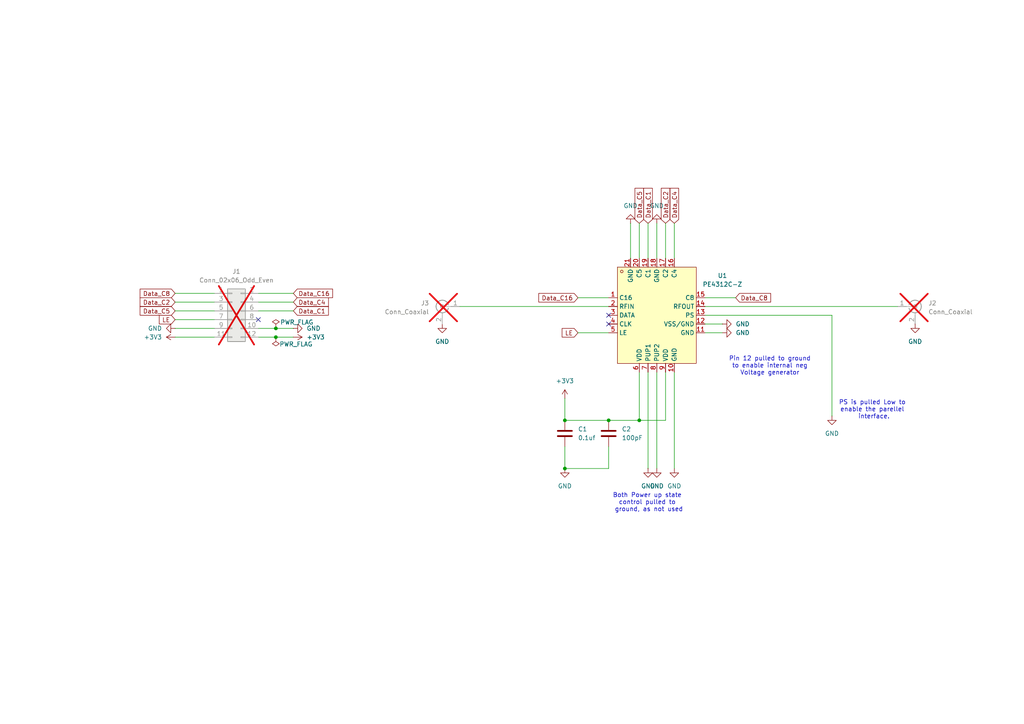
<source format=kicad_sch>
(kicad_sch (version 20250114) (generator "eeschema") (generator_version "9.0")
  (paper "A4")
  (lib_symbols
    (symbol "Connector:Conn_Coaxial" (pin_names (offset 1.016) (hide yes))
      (property "Reference" "J" (at 0.254 3.048 0))
      (property "Value" "Conn_Coaxial" (at 2.921 0 90))
      (symbol "Conn_Coaxial_0_1"
        (polyline (pts (xy -2.54 0) (xy -0.508 0)))
        (arc (start 1.778 0) (mid 0.222 -1.8079) (end -1.778 -0.508) (stroke (width 0.254)))
        (arc (start -1.778 0.508) (mid 0.2221 1.8084) (end 1.778 0) (stroke (width 0.254)))
        (circle (center 0 0) (radius 0.508) (stroke (width 0.2032)))
        (polyline (pts (xy 0 -2.54) (xy 0 -1.778)))
      )
      (symbol "Conn_Coaxial_1_1"
        (pin passive line (at -5.08 0 0) (length 2.54) (name "In") (number "1"))
        (pin passive line (at 0 -5.08 90) (length 2.54) (name "Ext") (number "2"))
      )
    )
    (symbol "Connector_Generic:Conn_02x06_Odd_Even" (pin_names (offset 1.016) (hide yes))
      (property "Reference" "J" (at 1.27 7.62 0))
      (property "Value" "Conn_02x06_Odd_Even" (at 1.27 -10.16 0))
      (symbol "Conn_02x06_Odd_Even_1_1"
        (rectangle (start -1.27 6.35) (end 3.81 -8.89) (stroke (width 0.254)) (fill (type background)))
        (rectangle (start -1.27 5.207) (end 0 4.953) (stroke (width 0.1524)))
        (rectangle (start -1.27 2.667) (end 0 2.413) (stroke (width 0.1524)))
        (rectangle (start -1.27 0.127) (end 0 -0.127) (stroke (width 0.1524)))
        (rectangle (start -1.27 -2.413) (end 0 -2.667) (stroke (width 0.1524)))
        (rectangle (start -1.27 -4.953) (end 0 -5.207) (stroke (width 0.1524)))
        (rectangle (start -1.27 -7.493) (end 0 -7.747) (stroke (width 0.1524)))
        (rectangle (start 3.81 5.207) (end 2.54 4.953) (stroke (width 0.1524)))
        (rectangle (start 3.81 2.667) (end 2.54 2.413) (stroke (width 0.1524)))
        (rectangle (start 3.81 0.127) (end 2.54 -0.127) (stroke (width 0.1524)))
        (rectangle (start 3.81 -2.413) (end 2.54 -2.667) (stroke (width 0.1524)))
        (rectangle (start 3.81 -4.953) (end 2.54 -5.207) (stroke (width 0.1524)))
        (rectangle (start 3.81 -7.493) (end 2.54 -7.747) (stroke (width 0.1524)))
        (pin passive line (at -5.08 5.08 0) (length 3.81) (name "Pin_1") (number "1"))
        (pin passive line (at -5.08 2.54 0) (length 3.81) (name "Pin_3") (number "3"))
        (pin passive line (at -5.08 0 0) (length 3.81) (name "Pin_5") (number "5"))
        (pin passive line (at -5.08 -2.54 0) (length 3.81) (name "Pin_7") (number "7"))
        (pin passive line (at -5.08 -5.08 0) (length 3.81) (name "Pin_9") (number "9"))
        (pin passive line (at -5.08 -7.62 0) (length 3.81) (name "Pin_11") (number "11"))
        (pin passive line (at 7.62 5.08 180) (length 3.81) (name "Pin_2") (number "2"))
        (pin passive line (at 7.62 2.54 180) (length 3.81) (name "Pin_4") (number "4"))
        (pin passive line (at 7.62 0 180) (length 3.81) (name "Pin_6") (number "6"))
        (pin passive line (at 7.62 -2.54 180) (length 3.81) (name "Pin_8") (number "8"))
        (pin passive line (at 7.62 -5.08 180) (length 3.81) (name "Pin_10") (number "10"))
        (pin passive line (at 7.62 -7.62 180) (length 3.81) (name "Pin_12") (number "12"))
      )
    )
    (symbol "Device:C" (pin_numbers (hide yes)) (pin_names (offset 0.254))
      (property "Reference" "C" (at 0.635 2.54 0))
      (property "Value" "C" (at 0.635 -2.54 0))
      (symbol "C_0_1"
        (polyline (pts (xy -2.032 0.762) (xy 2.032 0.762)) (stroke (width 0.508)))
        (polyline (pts (xy -2.032 -0.762) (xy 2.032 -0.762)) (stroke (width 0.508)))
      )
      (symbol "C_1_1"
        (pin passive line (at 0 3.81 270) (length 2.794) (name "~") (number "1"))
        (pin passive line (at 0 -3.81 90) (length 2.794) (name "~") (number "2"))
      )
    )
    (symbol "easyead:PE4312C-Z"
      (property "Reference" "U" (at 0 21.59 0))
      (property "Value" "PE4312C-Z" (at 0 -21.59 0))
      (symbol "PE4312C-Z_0_1"
        (rectangle (start -11.43 13.97) (end 11.43 -13.97) (fill (type background)))
        (circle (center -10.16 12.7) (radius 0.38))
        (pin unspecified line (at -13.97 5.08 0) (length 2.54) (name "C16") (number "1"))
        (pin unspecified line (at -13.97 2.54 0) (length 2.54) (name "RFIN") (number "2"))
        (pin unspecified line (at -13.97 0 0) (length 2.54) (name "DATA") (number "3"))
        (pin unspecified line (at -13.97 -2.54 0) (length 2.54) (name "CLK") (number "4"))
        (pin unspecified line (at -13.97 -5.08 0) (length 2.54) (name "LE") (number "5"))
        (pin unspecified line (at -7.62 16.51 270) (length 2.54) (name "GND") (number "21"))
        (pin unspecified line (at -5.08 16.51 270) (length 2.54) (name "C5") (number "20"))
        (pin unspecified line (at -5.08 -16.51 90) (length 2.54) (name "VDD") (number "6"))
        (pin unspecified line (at -2.54 16.51 270) (length 2.54) (name "C1") (number "19"))
        (pin unspecified line (at -2.54 -16.51 90) (length 2.54) (name "PUP1") (number "7"))
        (pin unspecified line (at 0 16.51 270) (length 2.54) (name "GND") (number "18"))
        (pin unspecified line (at 0 -16.51 90) (length 2.54) (name "PUP2") (number "8"))
        (pin unspecified line (at 2.54 16.51 270) (length 2.54) (name "C2") (number "17"))
        (pin unspecified line (at 2.54 -16.51 90) (length 2.54) (name "VDD") (number "9"))
        (pin unspecified line (at 5.08 16.51 270) (length 2.54) (name "C4") (number "16"))
        (pin unspecified line (at 5.08 -16.51 90) (length 2.54) (name "GND") (number "10"))
        (pin unspecified line (at 13.97 5.08 180) (length 2.54) (name "C8") (number "15"))
        (pin unspecified line (at 13.97 2.54 180) (length 2.54) (name "RFOUT") (number "14"))
        (pin unspecified line (at 13.97 0 180) (length 2.54) (name "PS") (number "13"))
        (pin unspecified line (at 13.97 -2.54 180) (length 2.54) (name "VSS/GND") (number "12"))
        (pin unspecified line (at 13.97 -5.08 180) (length 2.54) (name "GND") (number "11"))
      )
    )
    (symbol "power:+3V3" (power) (pin_numbers (hide yes)) (pin_names (offset 0) (hide yes))
      (property "Value" "+3V3" (at 0 3.556 0))
      (symbol "+3V3_0_1"
        (polyline (pts (xy -0.762 1.27) (xy 0 2.54)))
        (polyline (pts (xy 0 2.54) (xy 0.762 1.27)))
        (polyline (pts (xy 0 0) (xy 0 2.54)))
      )
      (symbol "+3V3_1_1"
        (pin power_in line (at 0 0 90) (length 0) (name "~") (number "1"))
      )
    )
    (symbol "power:GND" (power) (pin_numbers (hide yes)) (pin_names (offset 0) (hide yes))
      (property "Value" "GND" (at 0 -3.81 0))
      (symbol "GND_0_1"
        (polyline (pts (xy 0 0) (xy 0 -1.27) (xy 1.27 -1.27) (xy 0 -2.54) (xy -1.27 -1.27) (xy 0 -1.27)))
      )
      (symbol "GND_1_1"
        (pin power_in line (at 0 0 270) (length 0) (name "~") (number "1"))
      )
    )
    (symbol "power:PWR_FLAG" (power) (pin_numbers (hide yes)) (pin_names (offset 0) (hide yes))
      (property "Value" "PWR_FLAG" (at 0 3.81 0))
      (symbol "PWR_FLAG_0_0"
        (pin power_out line (at 0 0 90) (length 0) (name "~") (number "1"))
      )
      (symbol "PWR_FLAG_0_1"
        (polyline (pts (xy 0 0) (xy 0 1.27) (xy -1.016 1.905) (xy 0 2.54) (xy 1.016 1.905) (xy 0 1.27)))
      )
    )
  )
  (text "Both Power up state \ncontrol pulled to \nground, as not used" (at 188.214 145.796 0) (effects (font (size 1.27 1.27))))
  (text "PS is pulled Low to \nenable the parellel \ninterface." (at 253.492 118.872 0) (effects (font (size 1.27 1.27))))
  (text "Pin 12 pulled to ground \nto enable internal neg \nVoltage generator " (at 223.774 106.172 0) (effects (font (size 1.27 1.27))))
  (junction (at 163.83 121.92))
  (junction (at 80.01 97.79))
  (junction (at 163.83 135.89))
  (junction (at 80.01 95.25))
  (junction (at 185.42 121.92))
  (junction (at 176.53 121.92))
  (no_connect (at 176.53 93.98))
  (no_connect (at 74.93 92.71))
  (no_connect (at 176.53 91.44))
  (wire (pts (xy 74.93 95.25) (xy 80.01 95.25)))
  (wire (pts (xy 187.96 64.77) (xy 187.96 74.93)))
  (wire (pts (xy 80.01 95.25) (xy 85.09 95.25)))
  (wire (pts (xy 50.8 95.25) (xy 62.23 95.25)))
  (wire (pts (xy 167.64 96.52) (xy 176.53 96.52)))
  (wire (pts (xy 204.47 86.36) (xy 213.36 86.36)))
  (wire (pts (xy 74.93 87.63) (xy 85.09 87.63)))
  (wire (pts (xy 190.5 64.77) (xy 190.5 74.93)))
  (wire (pts (xy 204.47 93.98) (xy 209.55 93.98)))
  (wire (pts (xy 204.47 96.52) (xy 209.55 96.52)))
  (wire (pts (xy 163.83 135.89) (xy 176.53 135.89)))
  (wire (pts (xy 50.8 97.79) (xy 62.23 97.79)))
  (wire (pts (xy 204.47 91.44) (xy 241.3 91.44)))
  (wire (pts (xy 195.58 64.77) (xy 195.58 74.93)))
  (wire (pts (xy 74.93 97.79) (xy 80.01 97.79)))
  (wire (pts (xy 185.42 121.92) (xy 185.42 107.95)))
  (wire (pts (xy 163.83 115.57) (xy 163.83 121.92)))
  (wire (pts (xy 167.64 86.36) (xy 176.53 86.36)))
  (wire (pts (xy 50.8 87.63) (xy 62.23 87.63)))
  (wire (pts (xy 193.04 121.92) (xy 185.42 121.92)))
  (wire (pts (xy 50.8 92.71) (xy 62.23 92.71)))
  (wire (pts (xy 193.04 64.77) (xy 193.04 74.93)))
  (wire (pts (xy 80.01 97.79) (xy 85.09 97.79)))
  (wire (pts (xy 176.53 135.89) (xy 176.53 129.54)))
  (wire (pts (xy 74.93 90.17) (xy 85.09 90.17)))
  (wire (pts (xy 190.5 107.95) (xy 190.5 135.89)))
  (wire (pts (xy 185.42 64.77) (xy 185.42 74.93)))
  (wire (pts (xy 193.04 107.95) (xy 193.04 121.92)))
  (wire (pts (xy 187.96 107.95) (xy 187.96 135.89)))
  (wire (pts (xy 163.83 129.54) (xy 163.83 135.89)))
  (wire (pts (xy 176.53 121.92) (xy 185.42 121.92)))
  (wire (pts (xy 182.88 64.77) (xy 182.88 74.93)))
  (wire (pts (xy 50.8 90.17) (xy 62.23 90.17)))
  (wire (pts (xy 204.47 88.9) (xy 260.35 88.9)))
  (wire (pts (xy 241.3 91.44) (xy 241.3 120.65)))
  (wire (pts (xy 163.83 121.92) (xy 176.53 121.92)))
  (wire (pts (xy 195.58 107.95) (xy 195.58 135.89)))
  (wire (pts (xy 133.35 88.9) (xy 176.53 88.9)))
  (wire (pts (xy 74.93 85.09) (xy 85.09 85.09)))
  (wire (pts (xy 50.8 85.09) (xy 62.23 85.09)))
  (global_label "LE" (shape input) (at 50.8 92.71 180) (property "Intersheetrefs" "${INTERSHEET_REFS}" (effects (hide yes))))
  (global_label "Data_C16" (shape input) (at 167.64 86.36 180) (property "Intersheetrefs" "${INTERSHEET_REFS}" (effects (hide yes))))
  (global_label "Data_C16" (shape input) (at 85.09 85.09 0) (property "Intersheetrefs" "${INTERSHEET_REFS}" (effects (hide yes))))
  (global_label "Data_C1" (shape input) (at 187.96 64.77 90) (property "Intersheetrefs" "${INTERSHEET_REFS}" (effects (hide yes))))
  (global_label "Data_C1" (shape input) (at 85.09 90.17 0) (property "Intersheetrefs" "${INTERSHEET_REFS}" (effects (hide yes))))
  (global_label "Data_C4" (shape input) (at 195.58 64.77 90) (property "Intersheetrefs" "${INTERSHEET_REFS}" (effects (hide yes))))
  (global_label "Data_C4" (shape input) (at 85.09 87.63 0) (property "Intersheetrefs" "${INTERSHEET_REFS}" (effects (hide yes))))
  (global_label "Data_C5" (shape input) (at 50.8 90.17 180) (property "Intersheetrefs" "${INTERSHEET_REFS}" (effects (hide yes))))
  (global_label "Data_C8" (shape input) (at 213.36 86.36 0) (property "Intersheetrefs" "${INTERSHEET_REFS}" (effects (hide yes))))
  (global_label "Data_C2" (shape input) (at 193.04 64.77 90) (property "Intersheetrefs" "${INTERSHEET_REFS}" (effects (hide yes))))
  (global_label "Data_C2" (shape input) (at 50.8 87.63 180) (property "Intersheetrefs" "${INTERSHEET_REFS}" (effects (hide yes))))
  (global_label "Data_C5" (shape input) (at 185.42 64.77 90) (property "Intersheetrefs" "${INTERSHEET_REFS}" (effects (hide yes))))
  (global_label "LE" (shape input) (at 167.64 96.52 180) (property "Intersheetrefs" "${INTERSHEET_REFS}" (effects (hide yes))))
  (global_label "Data_C8" (shape input) (at 50.8 85.09 180) (property "Intersheetrefs" "${INTERSHEET_REFS}" (effects (hide yes))))
  (symbol (lib_id "Connector_Generic:Conn_02x06_Odd_Even") (at 67.31 90.17 0) (unit 1) (in_bom no) (dnp yes)
    (property "Reference" "J1" (at 68.58 78.74 0))
    (property "Value" "Conn_02x06_Odd_Even" (at 68.58 81.28 0))
    (property "Footprint" "Connector_PinHeader_2.54mm:PinHeader_2x06_P2.54mm_Vertical" (effects (hide yes)))
    (property "Description" "Generic connector, double row, 02x06, odd/even pin numbering scheme (row 1 odd numbers, row 2 even numbers), script generated (kicad-library-utils/schlib/autogen/connector/)" (effects (hide yes)))
  )
  (symbol (lib_id "power:GND") (at 187.96 135.89 0) (unit 1)
    (property "Reference" "#PWR014" (effects (hide yes)))
    (property "Value" "GND" (at 187.96 140.97 0))
    (property "Description" "Power symbol creates a global label with name \"GND\" , ground" (effects (hide yes)))
  )
  (symbol (lib_id "power:PWR_FLAG") (at 80.01 95.25 0) (unit 1)
    (property "Reference" "#FLG01" (effects (hide yes)))
    (property "Value" "PWR_FLAG" (at 86.106 93.472 0))
    (property "Description" "Special symbol for telling ERC where power comes from" (effects (hide yes)))
  )
  (symbol (lib_id "power:PWR_FLAG") (at 80.01 97.79 180) (unit 1)
    (property "Reference" "#FLG02" (effects (hide yes)))
    (property "Value" "PWR_FLAG" (at 85.852 99.822 0))
    (property "Description" "Special symbol for telling ERC where power comes from" (effects (hide yes)))
  )
  (symbol (lib_id "Connector:Conn_Coaxial") (at 128.27 88.9 0) (mirror y) (unit 1) (in_bom no) (dnp yes)
    (property "Reference" "J3" (at 124.46 87.9231 0) (effects (justify left)))
    (property "Value" "Conn_Coaxial" (at 124.46 90.4631 0) (effects (justify left)))
    (property "Footprint" "Connector_Coaxial:SMA_Amphenol_132289_EdgeMount" (effects (hide yes)))
    (property "Description" "coaxial connector (BNC, SMA, SMB, SMC, Cinch/RCA, LEMO, ...)" (effects (hide yes)))
  )
  (symbol (lib_id "power:GND") (at 128.27 93.98 0) (unit 1)
    (property "Reference" "#PWR011" (effects (hide yes)))
    (property "Value" "GND" (at 128.27 99.06 0))
    (property "Description" "Power symbol creates a global label with name \"GND\" , ground" (effects (hide yes)))
  )
  (symbol (lib_id "power:GND") (at 195.58 135.89 0) (unit 1)
    (property "Reference" "#PWR07" (effects (hide yes)))
    (property "Value" "GND" (at 195.58 140.97 0))
    (property "Description" "Power symbol creates a global label with name \"GND\" , ground" (effects (hide yes)))
  )
  (symbol (lib_id "power:GND") (at 190.5 64.77 180) (unit 1)
    (property "Reference" "#PWR08" (effects (hide yes)))
    (property "Value" "GND" (at 190.5 59.69 0))
    (property "Description" "Power symbol creates a global label with name \"GND\" , ground" (effects (hide yes)))
  )
  (symbol (lib_id "power:GND") (at 190.5 135.89 0) (unit 1)
    (property "Reference" "#PWR015" (effects (hide yes)))
    (property "Value" "GND" (at 190.5 140.97 0))
    (property "Description" "Power symbol creates a global label with name \"GND\" , ground" (effects (hide yes)))
  )
  (symbol (lib_id "easyead:PE4312C-Z") (at 190.5 91.44 0) (unit 1)
    (property "Reference" "U1" (at 209.55 79.9398 0))
    (property "Value" "PE4312C-Z" (at 209.55 82.4798 0))
    (property "Footprint" "easyeda:QFN-20_L4.0-W4.0-P0.50-BL-EP2.2" (effects (hide yes)))
    (property "Datasheet" "https://lcsc.com/product-detail/New-Arrivals_PSemi-PE4312C-Z_C500480.html" (effects (hide yes)))
    (property "Description" "RF Step Attenuator" (effects (hide yes)))
    (property "LCSC Part" "C500480" (effects (hide yes)))
  )
  (symbol (lib_id "power:GND") (at 209.55 96.52 90) (unit 1)
    (property "Reference" "#PWR013" (effects (hide yes)))
    (property "Value" "GND" (at 213.36 96.5199 90) (effects (justify right)))
    (property "Description" "Power symbol creates a global label with name \"GND\" , ground" (effects (hide yes)))
  )
  (symbol (lib_id "Device:C") (at 176.53 125.73 0) (unit 1)
    (property "Reference" "C2" (at 180.34 124.4599 0) (effects (justify left)))
    (property "Value" "100pF" (at 180.34 126.9999 0) (effects (justify left)))
    (property "Footprint" "Capacitor_SMD:C_0402_1005Metric" (effects (hide yes)))
    (property "Description" "Unpolarized capacitor" (effects (hide yes)))
    (property "LCSC Part" "C1546" (effects (hide yes)))
  )
  (symbol (lib_id "power:GND") (at 163.83 135.89 0) (unit 1)
    (property "Reference" "#PWR06" (effects (hide yes)))
    (property "Value" "GND" (at 163.83 140.97 0))
    (property "Description" "Power symbol creates a global label with name \"GND\" , ground" (effects (hide yes)))
  )
  (symbol (lib_id "power:GND") (at 50.8 95.25 270) (unit 1)
    (property "Reference" "#PWR02" (effects (hide yes)))
    (property "Value" "GND" (at 46.99 95.2499 90) (effects (justify right)))
    (property "Description" "Power symbol creates a global label with name \"GND\" , ground" (effects (hide yes)))
  )
  (symbol (lib_id "power:+3V3") (at 163.83 115.57 0) (unit 1)
    (property "Reference" "#PWR05" (effects (hide yes)))
    (property "Value" "+3V3" (at 163.83 110.49 0))
    (property "Description" "Power symbol creates a global label with name \"+3V3\"" (effects (hide yes)))
  )
  (symbol (lib_id "power:+3V3") (at 85.09 97.79 270) (unit 1)
    (property "Reference" "#PWR03" (effects (hide yes)))
    (property "Value" "+3V3" (at 88.9 97.7899 90) (effects (justify left)))
    (property "Description" "Power symbol creates a global label with name \"+3V3\"" (effects (hide yes)))
  )
  (symbol (lib_id "Connector:Conn_Coaxial") (at 265.43 88.9 0) (unit 1) (in_bom no) (dnp yes)
    (property "Reference" "J2" (at 269.24 87.9231 0) (effects (justify left)))
    (property "Value" "Conn_Coaxial" (at 269.24 90.4631 0) (effects (justify left)))
    (property "Footprint" "Connector_Coaxial:SMA_Amphenol_132289_EdgeMount" (effects (hide yes)))
    (property "Description" "coaxial connector (BNC, SMA, SMB, SMC, Cinch/RCA, LEMO, ...)" (effects (hide yes)))
  )
  (symbol (lib_id "Device:C") (at 163.83 125.73 0) (unit 1)
    (property "Reference" "C1" (at 167.64 124.4599 0) (effects (justify left)))
    (property "Value" "0.1uf" (at 167.64 126.9999 0) (effects (justify left)))
    (property "Footprint" "Capacitor_SMD:C_0402_1005Metric" (effects (hide yes)))
    (property "Description" "Unpolarized capacitor" (effects (hide yes)))
    (property "LCSC Part" "C1525" (effects (hide yes)))
  )
  (symbol (lib_id "power:GND") (at 241.3 120.65 0) (unit 1)
    (property "Reference" "#PWR012" (effects (hide yes)))
    (property "Value" "GND" (at 241.3 125.73 0))
    (property "Description" "Power symbol creates a global label with name \"GND\" , ground" (effects (hide yes)))
  )
  (symbol (lib_id "power:GND") (at 209.55 93.98 90) (unit 1)
    (property "Reference" "#PWR016" (effects (hide yes)))
    (property "Value" "GND" (at 213.36 93.9799 90) (effects (justify right)))
    (property "Description" "Power symbol creates a global label with name \"GND\" , ground" (effects (hide yes)))
  )
  (symbol (lib_id "power:GND") (at 265.43 93.98 0) (unit 1)
    (property "Reference" "#PWR010" (effects (hide yes)))
    (property "Value" "GND" (at 265.43 99.06 0))
    (property "Description" "Power symbol creates a global label with name \"GND\" , ground" (effects (hide yes)))
  )
  (symbol (lib_id "power:GND") (at 85.09 95.25 90) (unit 1)
    (property "Reference" "#PWR01" (effects (hide yes)))
    (property "Value" "GND" (at 88.9 95.2499 90) (effects (justify right)))
    (property "Description" "Power symbol creates a global label with name \"GND\" , ground" (effects (hide yes)))
  )
  (symbol (lib_id "power:+3V3") (at 50.8 97.79 90) (unit 1)
    (property "Reference" "#PWR04" (effects (hide yes)))
    (property "Value" "+3V3" (at 46.99 97.7899 90) (effects (justify left)))
    (property "Description" "Power symbol creates a global label with name \"+3V3\"" (effects (hide yes)))
  )
  (symbol (lib_id "power:GND") (at 182.88 64.77 180) (unit 1)
    (property "Reference" "#PWR09" (effects (hide yes)))
    (property "Value" "GND" (at 182.88 59.69 0))
    (property "Description" "Power symbol creates a global label with name \"GND\" , ground" (effects (hide yes)))
  )
)
</source>
